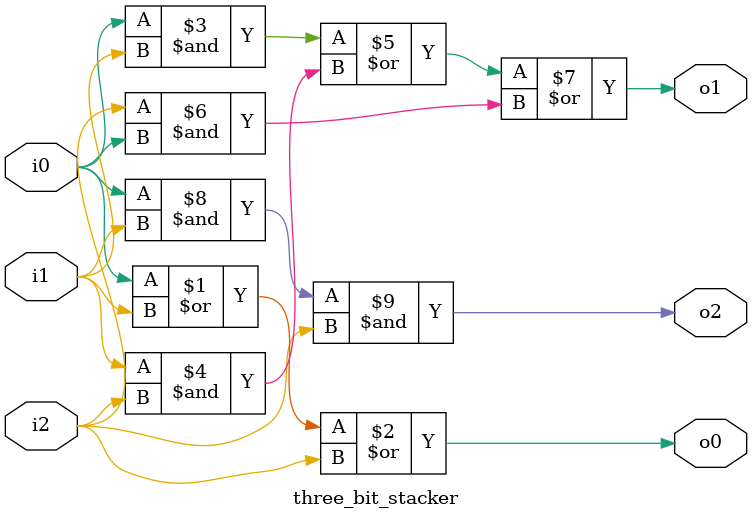
<source format=v>
`timescale 1ns / 1ps


module three_bit_stacker(
input i0,
input i1,
input i2,
output o0,
output o1,
output o2
    );
    
    assign o0 = i0 | i1 | i2;
    assign o1 = (i0&i1) | (i1&i2) | (i2&i0);
    assign o2 = i0 & i1 & i2;
    
endmodule

</source>
